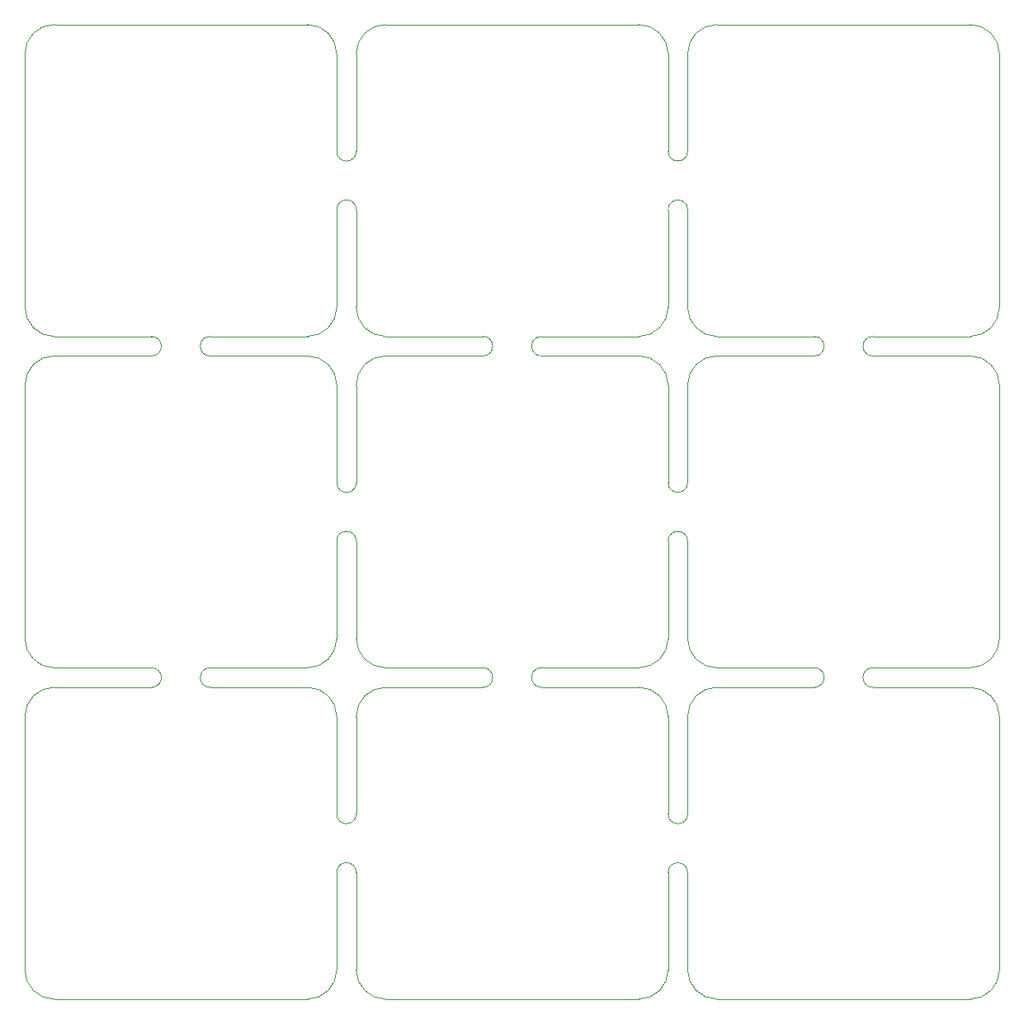
<source format=gbr>
%TF.GenerationSoftware,KiCad,Pcbnew,7.0.5*%
%TF.CreationDate,2023-10-26T18:16:15+09:00*%
%TF.ProjectId,clover_timer_p,636c6f76-6572-45f7-9469-6d65725f702e,rev?*%
%TF.SameCoordinates,Original*%
%TF.FileFunction,Profile,NP*%
%FSLAX46Y46*%
G04 Gerber Fmt 4.6, Leading zero omitted, Abs format (unit mm)*
G04 Created by KiCad (PCBNEW 7.0.5) date 2023-10-26 18:16:15*
%MOMM*%
%LPD*%
G01*
G04 APERTURE LIST*
%TA.AperFunction,Profile*%
%ADD10C,0.050000*%
%TD*%
%TA.AperFunction,Profile*%
%ADD11C,0.100000*%
%TD*%
G04 APERTURE END LIST*
D10*
X158000000Y-69000000D02*
G75*
G03*
X156000000Y-69000000I-1000000J0D01*
G01*
X143000000Y-116000000D02*
X153000000Y-116000000D01*
X127000000Y-118000000D02*
X137000000Y-118000000D01*
X143000000Y-116000000D02*
G75*
G03*
X143000000Y-118000000I0J-1000000D01*
G01*
X137000000Y-116000000D02*
X127000000Y-116000000D01*
X137000000Y-118000000D02*
G75*
G03*
X137000000Y-116000000I0J1000000D01*
G01*
X143000000Y-118000000D02*
X153000000Y-118000000D01*
X103000000Y-118000000D02*
X93000000Y-118000000D01*
X119000000Y-116000000D02*
X109000000Y-116000000D01*
X103000000Y-118000000D02*
G75*
G03*
X103000000Y-116000000I0J1000000D01*
G01*
X109000000Y-118000000D02*
X119000000Y-118000000D01*
X109000000Y-116000000D02*
G75*
G03*
X109000000Y-118000000I0J-1000000D01*
G01*
X103000000Y-116000000D02*
X93000000Y-116000000D01*
X122000000Y-131000000D02*
X122000000Y-121000000D01*
X124000000Y-147000000D02*
X124000000Y-137000000D01*
X122000000Y-131000000D02*
G75*
G03*
X124000000Y-131000000I1000000J0D01*
G01*
X122000000Y-137000000D02*
X122000000Y-147000000D01*
X124000000Y-137000000D02*
G75*
G03*
X122000000Y-137000000I-1000000J0D01*
G01*
X124000000Y-131000000D02*
X124000000Y-121000000D01*
X122000000Y-113000000D02*
X122000000Y-103000000D01*
X124000000Y-97000000D02*
X124000000Y-87000000D01*
X124000000Y-103000000D02*
G75*
G03*
X122000000Y-103000000I-1000000J0D01*
G01*
X122000000Y-87000000D02*
X122000000Y-97000000D01*
X122000000Y-97000000D02*
G75*
G03*
X124000000Y-97000000I1000000J0D01*
G01*
X124000000Y-113000000D02*
X124000000Y-103000000D01*
X122000000Y-63000000D02*
X122000000Y-53000000D01*
X124000000Y-79000000D02*
X124000000Y-69000000D01*
X122000000Y-63000000D02*
G75*
G03*
X124000000Y-63000000I1000000J0D01*
G01*
X122000000Y-69000000D02*
X122000000Y-79000000D01*
X124000000Y-69000000D02*
G75*
G03*
X122000000Y-69000000I-1000000J0D01*
G01*
X124000000Y-63000000D02*
X124000000Y-53000000D01*
X109000000Y-82000000D02*
X119000000Y-82000000D01*
X93000000Y-84000000D02*
X103000000Y-84000000D01*
X109000000Y-82000000D02*
G75*
G03*
X109000000Y-84000000I0J-1000000D01*
G01*
X103000000Y-82000000D02*
X93000000Y-82000000D01*
X103000000Y-84000000D02*
G75*
G03*
X103000000Y-82000000I0J1000000D01*
G01*
X109000000Y-84000000D02*
X119000000Y-84000000D01*
X143000000Y-82000000D02*
X153000000Y-82000000D01*
X127000000Y-84000000D02*
X137000000Y-84000000D01*
X143000000Y-82000000D02*
G75*
G03*
X143000000Y-84000000I0J-1000000D01*
G01*
X137000000Y-82000000D02*
X127000000Y-82000000D01*
X137000000Y-84000000D02*
G75*
G03*
X137000000Y-82000000I0J1000000D01*
G01*
X143000000Y-84000000D02*
X153000000Y-84000000D01*
X156000000Y-63000000D02*
X156000000Y-53000000D01*
X158000000Y-79000000D02*
X158000000Y-69000000D01*
X156000000Y-63000000D02*
G75*
G03*
X158000000Y-63000000I1000000J0D01*
G01*
X156000000Y-69000000D02*
X156000000Y-79000000D01*
X158000000Y-63000000D02*
X158000000Y-53000000D01*
X156000000Y-97000000D02*
X156000000Y-87000000D01*
X158000000Y-113000000D02*
X158000000Y-103000000D01*
X156000000Y-97000000D02*
G75*
G03*
X158000000Y-97000000I1000000J0D01*
G01*
X156000000Y-103000000D02*
X156000000Y-113000000D01*
X158000000Y-103000000D02*
G75*
G03*
X156000000Y-103000000I-1000000J0D01*
G01*
X158000000Y-97000000D02*
X158000000Y-87000000D01*
X156000000Y-131000000D02*
X156000000Y-121000000D01*
X158000000Y-147000000D02*
X158000000Y-137000000D01*
X156000000Y-131000000D02*
G75*
G03*
X158000000Y-131000000I1000000J0D01*
G01*
X156000000Y-137000000D02*
X156000000Y-147000000D01*
X158000000Y-137000000D02*
G75*
G03*
X156000000Y-137000000I-1000000J0D01*
G01*
X158000000Y-131000000D02*
X158000000Y-121000000D01*
X177000000Y-116000000D02*
X187000000Y-116000000D01*
X161000000Y-118000000D02*
X171000000Y-118000000D01*
X177000000Y-116000000D02*
G75*
G03*
X177000000Y-118000000I0J-1000000D01*
G01*
X171000000Y-116000000D02*
X161000000Y-116000000D01*
X171000000Y-118000000D02*
G75*
G03*
X171000000Y-116000000I0J1000000D01*
G01*
X177000000Y-118000000D02*
X187000000Y-118000000D01*
X161000000Y-84000000D02*
X171000000Y-84000000D01*
X171000000Y-82000000D02*
X161000000Y-82000000D01*
X177000000Y-82000000D02*
X187000000Y-82000000D01*
X177000000Y-84000000D02*
X187000000Y-84000000D01*
X171000000Y-84000000D02*
G75*
G03*
X171000000Y-82000000I0J1000000D01*
G01*
X177000000Y-82000000D02*
G75*
G03*
X177000000Y-84000000I0J-1000000D01*
G01*
D11*
X158000000Y-147000000D02*
G75*
G03*
X161000000Y-150000000I3000000J0D01*
G01*
X161000000Y-118000000D02*
G75*
G03*
X158000000Y-121000000I0J-3000000D01*
G01*
X187000000Y-150000000D02*
G75*
G03*
X190000000Y-147000000I0J3000000D01*
G01*
X161000000Y-150000000D02*
X187000000Y-150000000D01*
X190000000Y-121000000D02*
G75*
G03*
X187000000Y-118000000I-3000000J0D01*
G01*
X190000000Y-147000000D02*
X190000000Y-121000000D01*
X124000000Y-147000000D02*
G75*
G03*
X127000000Y-150000000I3000000J0D01*
G01*
X127000000Y-118000000D02*
G75*
G03*
X124000000Y-121000000I0J-3000000D01*
G01*
X153000000Y-150000000D02*
G75*
G03*
X156000000Y-147000000I0J3000000D01*
G01*
X127000000Y-150000000D02*
X153000000Y-150000000D01*
X156000000Y-121000000D02*
G75*
G03*
X153000000Y-118000000I-3000000J0D01*
G01*
X90000000Y-147000000D02*
G75*
G03*
X93000000Y-150000000I3000000J0D01*
G01*
X93000000Y-118000000D02*
G75*
G03*
X90000000Y-121000000I0J-3000000D01*
G01*
X119000000Y-150000000D02*
G75*
G03*
X122000000Y-147000000I0J3000000D01*
G01*
X90000000Y-121000000D02*
X90000000Y-147000000D01*
X93000000Y-150000000D02*
X119000000Y-150000000D01*
X122000000Y-121000000D02*
G75*
G03*
X119000000Y-118000000I-3000000J0D01*
G01*
X158000000Y-113000000D02*
G75*
G03*
X161000000Y-116000000I3000000J0D01*
G01*
X161000000Y-84000000D02*
G75*
G03*
X158000000Y-87000000I0J-3000000D01*
G01*
X187000000Y-116000000D02*
G75*
G03*
X190000000Y-113000000I0J3000000D01*
G01*
X190000000Y-87000000D02*
G75*
G03*
X187000000Y-84000000I-3000000J0D01*
G01*
X190000000Y-113000000D02*
X190000000Y-87000000D01*
X124000000Y-113000000D02*
G75*
G03*
X127000000Y-116000000I3000000J0D01*
G01*
X127000000Y-84000000D02*
G75*
G03*
X124000000Y-87000000I0J-3000000D01*
G01*
X153000000Y-116000000D02*
G75*
G03*
X156000000Y-113000000I0J3000000D01*
G01*
X156000000Y-87000000D02*
G75*
G03*
X153000000Y-84000000I-3000000J0D01*
G01*
X90000000Y-113000000D02*
G75*
G03*
X93000000Y-116000000I3000000J0D01*
G01*
X93000000Y-84000000D02*
G75*
G03*
X90000000Y-87000000I0J-3000000D01*
G01*
X119000000Y-116000000D02*
G75*
G03*
X122000000Y-113000000I0J3000000D01*
G01*
X90000000Y-87000000D02*
X90000000Y-113000000D01*
X122000000Y-87000000D02*
G75*
G03*
X119000000Y-84000000I-3000000J0D01*
G01*
X158000000Y-79000000D02*
G75*
G03*
X161000000Y-82000000I3000000J0D01*
G01*
X161000000Y-50000000D02*
G75*
G03*
X158000000Y-53000000I0J-3000000D01*
G01*
X187000000Y-50000000D02*
X161000000Y-50000000D01*
X187000000Y-82000000D02*
G75*
G03*
X190000000Y-79000000I0J3000000D01*
G01*
X190000000Y-53000000D02*
G75*
G03*
X187000000Y-50000000I-3000000J0D01*
G01*
X190000000Y-79000000D02*
X190000000Y-53000000D01*
X124000000Y-79000000D02*
G75*
G03*
X127000000Y-82000000I3000000J0D01*
G01*
X127000000Y-50000000D02*
G75*
G03*
X124000000Y-53000000I0J-3000000D01*
G01*
X153000000Y-50000000D02*
X127000000Y-50000000D01*
X153000000Y-82000000D02*
G75*
G03*
X156000000Y-79000000I0J3000000D01*
G01*
X156000000Y-53000000D02*
G75*
G03*
X153000000Y-50000000I-3000000J0D01*
G01*
X119000000Y-82000000D02*
G75*
G03*
X122000000Y-79000000I0J3000000D01*
G01*
X93000000Y-50000000D02*
G75*
G03*
X90000000Y-53000000I0J-3000000D01*
G01*
X119000000Y-50000000D02*
X93000000Y-50000000D01*
X90000000Y-79000000D02*
G75*
G03*
X93000000Y-82000000I3000000J0D01*
G01*
X90000000Y-53000000D02*
X90000000Y-79000000D01*
X122000000Y-53000000D02*
G75*
G03*
X119000000Y-50000000I-3000000J0D01*
G01*
M02*

</source>
